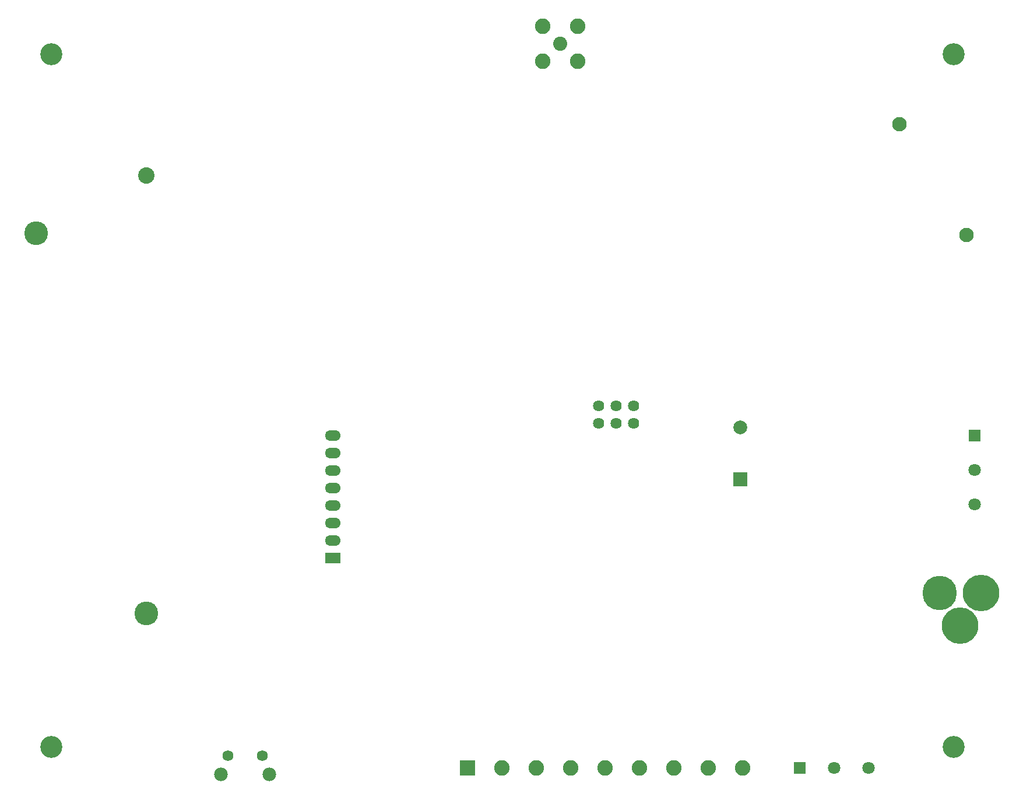
<source format=gbs>
G04 #@! TF.GenerationSoftware,KiCad,Pcbnew,(5.1.4)-1*
G04 #@! TF.CreationDate,2019-12-23T17:53:35+01:00*
G04 #@! TF.ProjectId,Project1.1,50726f6a-6563-4743-912e-312e6b696361,1.0*
G04 #@! TF.SameCoordinates,Original*
G04 #@! TF.FileFunction,Soldermask,Bot*
G04 #@! TF.FilePolarity,Negative*
%FSLAX46Y46*%
G04 Gerber Fmt 4.6, Leading zero omitted, Abs format (unit mm)*
G04 Created by KiCad (PCBNEW (5.1.4)-1) date 2019-12-23 17:53:35*
%MOMM*%
%LPD*%
G04 APERTURE LIST*
%ADD10C,3.450000*%
%ADD11C,2.390000*%
%ADD12C,3.200000*%
%ADD13C,2.050000*%
%ADD14C,2.250000*%
%ADD15C,2.100000*%
%ADD16C,5.300000*%
%ADD17C,5.000000*%
%ADD18R,2.000000X2.000000*%
%ADD19C,2.000000*%
%ADD20C,1.625600*%
%ADD21R,2.250000X2.250000*%
%ADD22C,1.800000*%
%ADD23R,1.800000X1.800000*%
%ADD24R,2.286000X1.524000*%
%ADD25O,2.286000X1.524000*%
%ADD26C,1.582000*%
%ADD27C,1.980000*%
G04 APERTURE END LIST*
D10*
X80390000Y-125858000D03*
X64390000Y-70658000D03*
D11*
X80390000Y-62328000D03*
D12*
X197612000Y-145288000D03*
X66548000Y-145288000D03*
X66548000Y-44704000D03*
X197612000Y-44704000D03*
D13*
X140462000Y-43180000D03*
D14*
X143002000Y-45720000D03*
X143002000Y-40640000D03*
X137922000Y-40640000D03*
X137922000Y-45720000D03*
D15*
X199538000Y-70914000D03*
X189738000Y-54864000D03*
D16*
X201580000Y-122936000D03*
D17*
X195580000Y-122936000D03*
D16*
X198580000Y-127636000D03*
D18*
X166624000Y-106426000D03*
D19*
X166624000Y-98826000D03*
D20*
X148590000Y-95758000D03*
X148590000Y-98298000D03*
X151130000Y-98298000D03*
X151130000Y-95758000D03*
X146050000Y-95758000D03*
X146050000Y-98298000D03*
D21*
X127000000Y-148336000D03*
D14*
X132000000Y-148336000D03*
X137000000Y-148336000D03*
X142000000Y-148336000D03*
X147000000Y-148336000D03*
X152000000Y-148336000D03*
X157000000Y-148336000D03*
X162000000Y-148336000D03*
X167000000Y-148336000D03*
D22*
X185260000Y-148336000D03*
X180260000Y-148336000D03*
D23*
X175260000Y-148336000D03*
D24*
X107442000Y-117856000D03*
D25*
X107442000Y-115316000D03*
X107442000Y-112776000D03*
X107442000Y-110236000D03*
X107442000Y-107696000D03*
X107442000Y-105156000D03*
X107442000Y-102616000D03*
X107442000Y-100076000D03*
D26*
X92242000Y-146511000D03*
X97242000Y-146511000D03*
D27*
X91242000Y-149211000D03*
X98242000Y-149211000D03*
D23*
X200660000Y-100076000D03*
D22*
X200660000Y-105076000D03*
X200660000Y-110076000D03*
M02*

</source>
